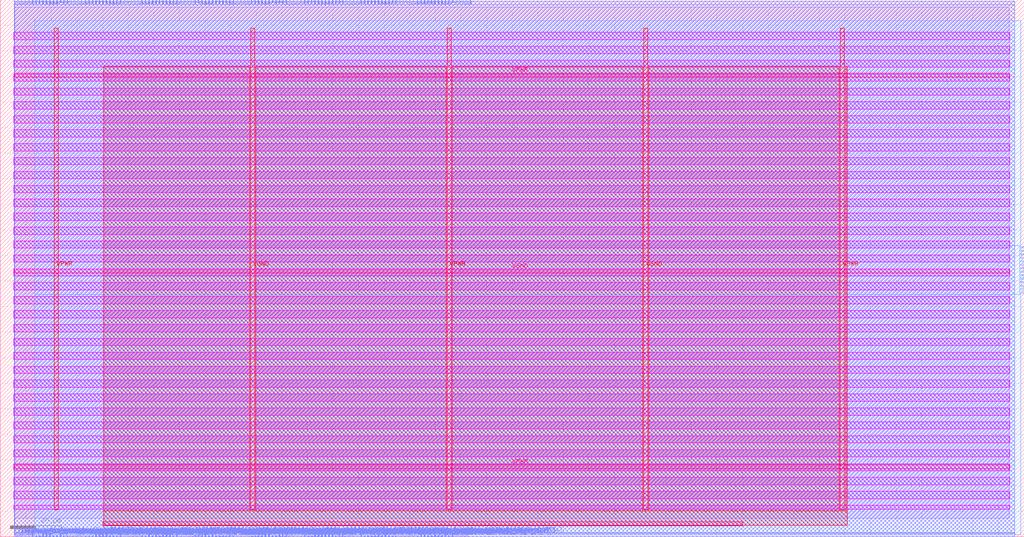
<source format=lef>
VERSION 5.7 ;
  NOWIREEXTENSIONATPIN ON ;
  DIVIDERCHAR "/" ;
  BUSBITCHARS "[]" ;
MACRO dac_digital_interface
  CLASS BLOCK ;
  FOREIGN dac_digital_interface ;
  ORIGIN 0.000 0.000 ;
  SIZE 400.000 BY 210.000 ;
  PIN output_thermometer_o[69]
    DIRECTION OUTPUT TRISTATE ;
    USE SIGNAL ;
    PORT
      LAYER met2 ;
        RECT 5.570 208.350 5.710 210.000 ;
    END
  END output_thermometer_o[69]
  PIN output_thermometer_o[112]
    DIRECTION OUTPUT TRISTATE ;
    USE SIGNAL ;
    PORT
      LAYER met2 ;
        RECT 5.570 0.000 5.710 1.090 ;
    END
  END output_thermometer_o[112]
  PIN output_thermometer_o[244]
    DIRECTION OUTPUT TRISTATE ;
    USE SIGNAL ;
    PORT
      LAYER met2 ;
        RECT 6.950 208.350 7.090 210.000 ;
    END
  END output_thermometer_o[244]
  PIN output_thermometer_o[83]
    DIRECTION OUTPUT TRISTATE ;
    USE SIGNAL ;
    PORT
      LAYER met2 ;
        RECT 6.950 0.000 7.090 0.410 ;
    END
  END output_thermometer_o[83]
  PIN output_thermometer_o[54]
    DIRECTION OUTPUT TRISTATE ;
    USE SIGNAL ;
    PORT
      LAYER met2 ;
        RECT 8.330 208.350 8.470 210.000 ;
    END
  END output_thermometer_o[54]
  PIN output_thermometer_o[166]
    DIRECTION OUTPUT TRISTATE ;
    USE SIGNAL ;
    PORT
      LAYER met2 ;
        RECT 8.330 0.000 8.470 1.090 ;
    END
  END output_thermometer_o[166]
  PIN output_thermometer_o[200]
    DIRECTION OUTPUT TRISTATE ;
    USE SIGNAL ;
    PORT
      LAYER met2 ;
        RECT 9.710 208.350 9.850 210.000 ;
    END
  END output_thermometer_o[200]
  PIN output_thermometer_o[17]
    DIRECTION OUTPUT TRISTATE ;
    USE SIGNAL ;
    PORT
      LAYER met2 ;
        RECT 9.710 0.000 9.850 0.410 ;
    END
  END output_thermometer_o[17]
  PIN output_thermometer_o[195]
    DIRECTION OUTPUT TRISTATE ;
    USE SIGNAL ;
    PORT
      LAYER met2 ;
        RECT 11.090 208.350 11.230 210.000 ;
    END
  END output_thermometer_o[195]
  PIN output_thermometer_o[15]
    DIRECTION OUTPUT TRISTATE ;
    USE SIGNAL ;
    PORT
      LAYER met2 ;
        RECT 11.090 0.000 11.230 1.090 ;
    END
  END output_thermometer_o[15]
  PIN output_thermometer_o[130]
    DIRECTION OUTPUT TRISTATE ;
    USE SIGNAL ;
    PORT
      LAYER met2 ;
        RECT 12.470 208.350 12.610 210.000 ;
    END
  END output_thermometer_o[130]
  PIN output_thermometer_o[229]
    DIRECTION OUTPUT TRISTATE ;
    USE SIGNAL ;
    PORT
      LAYER met2 ;
        RECT 12.470 0.000 12.610 1.090 ;
    END
  END output_thermometer_o[229]
  PIN output_thermometer_o[82]
    DIRECTION OUTPUT TRISTATE ;
    USE SIGNAL ;
    PORT
      LAYER met2 ;
        RECT 13.850 208.350 13.990 210.000 ;
    END
  END output_thermometer_o[82]
  PIN output_thermometer_o[4]
    DIRECTION OUTPUT TRISTATE ;
    USE SIGNAL ;
    PORT
      LAYER met2 ;
        RECT 13.850 0.000 13.990 0.410 ;
    END
  END output_thermometer_o[4]
  PIN output_thermometer_o[245]
    DIRECTION OUTPUT TRISTATE ;
    USE SIGNAL ;
    PORT
      LAYER met2 ;
        RECT 15.230 208.350 15.370 210.000 ;
    END
  END output_thermometer_o[245]
  PIN output_thermometer_o[61]
    DIRECTION OUTPUT TRISTATE ;
    USE SIGNAL ;
    PORT
      LAYER met2 ;
        RECT 15.230 0.000 15.370 0.410 ;
    END
  END output_thermometer_o[61]
  PIN output_thermometer_o[197]
    DIRECTION OUTPUT TRISTATE ;
    USE SIGNAL ;
    PORT
      LAYER met2 ;
        RECT 16.610 208.350 16.750 210.000 ;
    END
  END output_thermometer_o[197]
  PIN output_thermometer_o[101]
    DIRECTION OUTPUT TRISTATE ;
    USE SIGNAL ;
    PORT
      LAYER met2 ;
        RECT 16.610 0.000 16.750 1.090 ;
    END
  END output_thermometer_o[101]
  PIN output_thermometer_o[251]
    DIRECTION OUTPUT TRISTATE ;
    USE SIGNAL ;
    PORT
      LAYER met2 ;
        RECT 17.990 208.350 18.130 210.000 ;
    END
  END output_thermometer_o[251]
  PIN output_thermometer_o[213]
    DIRECTION OUTPUT TRISTATE ;
    USE SIGNAL ;
    PORT
      LAYER met2 ;
        RECT 17.990 0.000 18.130 1.090 ;
    END
  END output_thermometer_o[213]
  PIN output_thermometer_o[72]
    DIRECTION OUTPUT TRISTATE ;
    USE SIGNAL ;
    PORT
      LAYER met2 ;
        RECT 19.370 208.350 19.510 210.000 ;
    END
  END output_thermometer_o[72]
  PIN output_thermometer_o[43]
    DIRECTION OUTPUT TRISTATE ;
    USE SIGNAL ;
    PORT
      LAYER met2 ;
        RECT 19.370 0.000 19.510 1.090 ;
    END
  END output_thermometer_o[43]
  PIN output_thermometer_o[230]
    DIRECTION OUTPUT TRISTATE ;
    USE SIGNAL ;
    PORT
      LAYER met2 ;
        RECT 20.750 208.350 20.890 210.000 ;
    END
  END output_thermometer_o[230]
  PIN output_thermometer_o[134]
    DIRECTION OUTPUT TRISTATE ;
    USE SIGNAL ;
    PORT
      LAYER met2 ;
        RECT 20.750 0.000 20.890 0.410 ;
    END
  END output_thermometer_o[134]
  PIN output_thermometer_o[115]
    DIRECTION OUTPUT TRISTATE ;
    USE SIGNAL ;
    PORT
      LAYER met2 ;
        RECT 22.130 208.350 22.270 210.000 ;
    END
  END output_thermometer_o[115]
  PIN output_thermometer_o[212]
    DIRECTION OUTPUT TRISTATE ;
    USE SIGNAL ;
    PORT
      LAYER met2 ;
        RECT 22.130 0.000 22.270 0.410 ;
    END
  END output_thermometer_o[212]
  PIN output_thermometer_o[151]
    DIRECTION OUTPUT TRISTATE ;
    USE SIGNAL ;
    PORT
      LAYER met2 ;
        RECT 23.510 209.030 23.650 210.000 ;
    END
  END output_thermometer_o[151]
  PIN output_thermometer_o[236]
    DIRECTION OUTPUT TRISTATE ;
    USE SIGNAL ;
    PORT
      LAYER met2 ;
        RECT 23.510 0.000 23.650 1.090 ;
    END
  END output_thermometer_o[236]
  PIN output_thermometer_o[105]
    DIRECTION OUTPUT TRISTATE ;
    USE SIGNAL ;
    PORT
      LAYER met2 ;
        RECT 24.890 208.350 25.030 210.000 ;
    END
  END output_thermometer_o[105]
  PIN output_thermometer_o[174]
    DIRECTION OUTPUT TRISTATE ;
    USE SIGNAL ;
    PORT
      LAYER met2 ;
        RECT 24.890 0.000 25.030 0.410 ;
    END
  END output_thermometer_o[174]
  PIN output_thermometer_o[196]
    DIRECTION OUTPUT TRISTATE ;
    USE SIGNAL ;
    PORT
      LAYER met2 ;
        RECT 26.270 208.350 26.410 210.000 ;
    END
  END output_thermometer_o[196]
  PIN output_thermometer_o[57]
    DIRECTION OUTPUT TRISTATE ;
    USE SIGNAL ;
    PORT
      LAYER met2 ;
        RECT 26.270 0.000 26.410 0.410 ;
    END
  END output_thermometer_o[57]
  PIN output_thermometer_o[76]
    DIRECTION OUTPUT TRISTATE ;
    USE SIGNAL ;
    PORT
      LAYER met2 ;
        RECT 27.650 208.350 27.790 210.000 ;
    END
  END output_thermometer_o[76]
  PIN output_thermometer_o[142]
    DIRECTION OUTPUT TRISTATE ;
    USE SIGNAL ;
    PORT
      LAYER met2 ;
        RECT 27.650 0.000 27.790 0.410 ;
    END
  END output_thermometer_o[142]
  PIN output_thermometer_o[241]
    DIRECTION OUTPUT TRISTATE ;
    USE SIGNAL ;
    PORT
      LAYER met2 ;
        RECT 29.030 208.350 29.170 210.000 ;
    END
  END output_thermometer_o[241]
  PIN output_thermometer_o[110]
    DIRECTION OUTPUT TRISTATE ;
    USE SIGNAL ;
    PORT
      LAYER met2 ;
        RECT 29.030 0.000 29.170 0.410 ;
    END
  END output_thermometer_o[110]
  PIN output_thermometer_o[123]
    DIRECTION OUTPUT TRISTATE ;
    USE SIGNAL ;
    PORT
      LAYER met2 ;
        RECT 30.410 208.350 30.550 210.000 ;
    END
  END output_thermometer_o[123]
  PIN output_thermometer_o[81]
    DIRECTION OUTPUT TRISTATE ;
    USE SIGNAL ;
    PORT
      LAYER met2 ;
        RECT 30.410 0.000 30.550 1.090 ;
    END
  END output_thermometer_o[81]
  PIN output_thermometer_o[242]
    DIRECTION OUTPUT TRISTATE ;
    USE SIGNAL ;
    PORT
      LAYER met2 ;
        RECT 31.790 208.720 31.930 210.000 ;
    END
  END output_thermometer_o[242]
  PIN output_thermometer_o[14]
    DIRECTION OUTPUT TRISTATE ;
    USE SIGNAL ;
    PORT
      LAYER met2 ;
        RECT 31.790 0.000 31.930 0.410 ;
    END
  END output_thermometer_o[14]
  PIN output_thermometer_o[218]
    DIRECTION OUTPUT TRISTATE ;
    USE SIGNAL ;
    PORT
      LAYER met2 ;
        RECT 33.170 208.350 33.310 210.000 ;
    END
  END output_thermometer_o[218]
  PIN output_thermometer_o[250]
    DIRECTION OUTPUT TRISTATE ;
    USE SIGNAL ;
    PORT
      LAYER met2 ;
        RECT 33.170 0.000 33.310 0.410 ;
    END
  END output_thermometer_o[250]
  PIN output_thermometer_o[94]
    DIRECTION OUTPUT TRISTATE ;
    USE SIGNAL ;
    PORT
      LAYER met2 ;
        RECT 34.550 208.350 34.690 210.000 ;
    END
  END output_thermometer_o[94]
  PIN output_thermometer_o[129]
    DIRECTION OUTPUT TRISTATE ;
    USE SIGNAL ;
    PORT
      LAYER met2 ;
        RECT 34.550 0.000 34.690 0.410 ;
    END
  END output_thermometer_o[129]
  PIN output_thermometer_o[9]
    DIRECTION OUTPUT TRISTATE ;
    USE SIGNAL ;
    PORT
      LAYER met2 ;
        RECT 35.930 208.350 36.070 210.000 ;
    END
  END output_thermometer_o[9]
  PIN output_thermometer_o[117]
    DIRECTION OUTPUT TRISTATE ;
    USE SIGNAL ;
    PORT
      LAYER met2 ;
        RECT 35.930 0.000 36.070 0.410 ;
    END
  END output_thermometer_o[117]
  PIN output_thermometer_o[179]
    DIRECTION OUTPUT TRISTATE ;
    USE SIGNAL ;
    PORT
      LAYER met2 ;
        RECT 37.310 208.350 37.450 210.000 ;
    END
  END output_thermometer_o[179]
  PIN output_thermometer_o[73]
    DIRECTION OUTPUT TRISTATE ;
    USE SIGNAL ;
    PORT
      LAYER met2 ;
        RECT 37.310 0.000 37.450 1.090 ;
    END
  END output_thermometer_o[73]
  PIN output_thermometer_o[86]
    DIRECTION OUTPUT TRISTATE ;
    USE SIGNAL ;
    PORT
      LAYER met2 ;
        RECT 38.690 208.350 38.830 210.000 ;
    END
  END output_thermometer_o[86]
  PIN output_thermometer_o[215]
    DIRECTION OUTPUT TRISTATE ;
    USE SIGNAL ;
    PORT
      LAYER met2 ;
        RECT 38.690 0.000 38.830 1.090 ;
    END
  END output_thermometer_o[215]
  PIN output_thermometer_o[182]
    DIRECTION OUTPUT TRISTATE ;
    USE SIGNAL ;
    PORT
      LAYER met2 ;
        RECT 40.070 208.350 40.210 210.000 ;
    END
  END output_thermometer_o[182]
  PIN output_thermometer_o[12]
    DIRECTION OUTPUT TRISTATE ;
    USE SIGNAL ;
    PORT
      LAYER met2 ;
        RECT 40.070 0.000 40.210 1.090 ;
    END
  END output_thermometer_o[12]
  PIN output_thermometer_o[96]
    DIRECTION OUTPUT TRISTATE ;
    USE SIGNAL ;
    PORT
      LAYER met2 ;
        RECT 41.450 208.350 41.590 210.000 ;
    END
  END output_thermometer_o[96]
  PIN output_thermometer_o[132]
    DIRECTION OUTPUT TRISTATE ;
    USE SIGNAL ;
    PORT
      LAYER met2 ;
        RECT 41.450 0.000 41.590 1.090 ;
    END
  END output_thermometer_o[132]
  PIN output_thermometer_o[29]
    DIRECTION OUTPUT TRISTATE ;
    USE SIGNAL ;
    PORT
      LAYER met2 ;
        RECT 42.830 208.350 42.970 210.000 ;
    END
  END output_thermometer_o[29]
  PIN output_thermometer_o[232]
    DIRECTION OUTPUT TRISTATE ;
    USE SIGNAL ;
    PORT
      LAYER met2 ;
        RECT 42.830 0.000 42.970 0.410 ;
    END
  END output_thermometer_o[232]
  PIN output_thermometer_o[191]
    DIRECTION OUTPUT TRISTATE ;
    USE SIGNAL ;
    PORT
      LAYER met2 ;
        RECT 44.210 208.350 44.350 210.000 ;
    END
  END output_thermometer_o[191]
  PIN output_thermometer_o[5]
    DIRECTION OUTPUT TRISTATE ;
    USE SIGNAL ;
    PORT
      LAYER met2 ;
        RECT 44.210 0.000 44.350 0.410 ;
    END
  END output_thermometer_o[5]
  PIN output_thermometer_o[33]
    DIRECTION OUTPUT TRISTATE ;
    USE SIGNAL ;
    PORT
      LAYER met2 ;
        RECT 45.590 208.350 45.730 210.000 ;
    END
  END output_thermometer_o[33]
  PIN output_thermometer_o[161]
    DIRECTION OUTPUT TRISTATE ;
    USE SIGNAL ;
    PORT
      LAYER met2 ;
        RECT 45.590 0.000 45.730 0.410 ;
    END
  END output_thermometer_o[161]
  PIN output_thermometer_o[11]
    DIRECTION OUTPUT TRISTATE ;
    USE SIGNAL ;
    PORT
      LAYER met2 ;
        RECT 46.970 208.350 47.110 210.000 ;
    END
  END output_thermometer_o[11]
  PIN output_thermometer_o[160]
    DIRECTION OUTPUT TRISTATE ;
    USE SIGNAL ;
    PORT
      LAYER met2 ;
        RECT 46.970 0.000 47.110 1.090 ;
    END
  END output_thermometer_o[160]
  PIN output_thermometer_o[208]
    DIRECTION OUTPUT TRISTATE ;
    USE SIGNAL ;
    PORT
      LAYER met2 ;
        RECT 48.350 208.350 48.490 210.000 ;
    END
  END output_thermometer_o[208]
  PIN output_thermometer_o[47]
    DIRECTION OUTPUT TRISTATE ;
    USE SIGNAL ;
    PORT
      LAYER met2 ;
        RECT 48.350 0.000 48.490 1.090 ;
    END
  END output_thermometer_o[47]
  PIN output_thermometer_o[187]
    DIRECTION OUTPUT TRISTATE ;
    USE SIGNAL ;
    PORT
      LAYER met2 ;
        RECT 49.730 208.350 49.870 210.000 ;
    END
  END output_thermometer_o[187]
  PIN output_thermometer_o[79]
    DIRECTION OUTPUT TRISTATE ;
    USE SIGNAL ;
    PORT
      LAYER met2 ;
        RECT 49.730 0.000 49.870 1.090 ;
    END
  END output_thermometer_o[79]
  PIN output_thermometer_o[59]
    DIRECTION OUTPUT TRISTATE ;
    USE SIGNAL ;
    PORT
      LAYER met2 ;
        RECT 51.110 208.350 51.250 210.000 ;
    END
  END output_thermometer_o[59]
  PIN output_thermometer_o[116]
    DIRECTION OUTPUT TRISTATE ;
    USE SIGNAL ;
    PORT
      LAYER met2 ;
        RECT 51.110 0.000 51.250 1.060 ;
    END
  END output_thermometer_o[116]
  PIN output_thermometer_o[30]
    DIRECTION OUTPUT TRISTATE ;
    USE SIGNAL ;
    PORT
      LAYER met2 ;
        RECT 52.490 208.350 52.630 210.000 ;
    END
  END output_thermometer_o[30]
  PIN output_thermometer_o[194]
    DIRECTION OUTPUT TRISTATE ;
    USE SIGNAL ;
    PORT
      LAYER met2 ;
        RECT 52.490 0.000 52.630 1.090 ;
    END
  END output_thermometer_o[194]
  PIN output_thermometer_o[235]
    DIRECTION OUTPUT TRISTATE ;
    USE SIGNAL ;
    PORT
      LAYER met2 ;
        RECT 53.870 208.350 54.010 210.000 ;
    END
  END output_thermometer_o[235]
  PIN output_thermometer_o[227]
    DIRECTION OUTPUT TRISTATE ;
    USE SIGNAL ;
    PORT
      LAYER met2 ;
        RECT 53.870 0.000 54.010 0.410 ;
    END
  END output_thermometer_o[227]
  PIN output_thermometer_o[97]
    DIRECTION OUTPUT TRISTATE ;
    USE SIGNAL ;
    PORT
      LAYER met2 ;
        RECT 55.250 208.720 55.390 210.000 ;
    END
  END output_thermometer_o[97]
  PIN output_thermometer_o[67]
    DIRECTION OUTPUT TRISTATE ;
    USE SIGNAL ;
    PORT
      LAYER met2 ;
        RECT 55.250 0.000 55.390 0.410 ;
    END
  END output_thermometer_o[67]
  PIN output_thermometer_o[188]
    DIRECTION OUTPUT TRISTATE ;
    USE SIGNAL ;
    PORT
      LAYER met2 ;
        RECT 56.630 208.350 56.770 210.000 ;
    END
  END output_thermometer_o[188]
  PIN output_thermometer_o[31]
    DIRECTION OUTPUT TRISTATE ;
    USE SIGNAL ;
    PORT
      LAYER met2 ;
        RECT 56.630 0.000 56.770 0.410 ;
    END
  END output_thermometer_o[31]
  PIN output_thermometer_o[185]
    DIRECTION OUTPUT TRISTATE ;
    USE SIGNAL ;
    PORT
      LAYER met2 ;
        RECT 58.010 208.350 58.150 210.000 ;
    END
  END output_thermometer_o[185]
  PIN output_thermometer_o[20]
    DIRECTION OUTPUT TRISTATE ;
    USE SIGNAL ;
    PORT
      LAYER met2 ;
        RECT 58.010 0.000 58.150 1.090 ;
    END
  END output_thermometer_o[20]
  PIN output_thermometer_o[32]
    DIRECTION OUTPUT TRISTATE ;
    USE SIGNAL ;
    PORT
      LAYER met2 ;
        RECT 59.390 208.350 59.530 210.000 ;
    END
  END output_thermometer_o[32]
  PIN output_thermometer_o[125]
    DIRECTION OUTPUT TRISTATE ;
    USE SIGNAL ;
    PORT
      LAYER met2 ;
        RECT 59.390 0.000 59.530 0.410 ;
    END
  END output_thermometer_o[125]
  PIN output_thermometer_o[7]
    DIRECTION OUTPUT TRISTATE ;
    USE SIGNAL ;
    PORT
      LAYER met2 ;
        RECT 60.770 208.350 60.910 210.000 ;
    END
  END output_thermometer_o[7]
  PIN output_thermometer_o[21]
    DIRECTION OUTPUT TRISTATE ;
    USE SIGNAL ;
    PORT
      LAYER met2 ;
        RECT 60.770 0.000 60.910 1.090 ;
    END
  END output_thermometer_o[21]
  PIN output_thermometer_o[221]
    DIRECTION OUTPUT TRISTATE ;
    USE SIGNAL ;
    PORT
      LAYER met2 ;
        RECT 62.150 208.350 62.290 210.000 ;
    END
  END output_thermometer_o[221]
  PIN output_thermometer_o[190]
    DIRECTION OUTPUT TRISTATE ;
    USE SIGNAL ;
    PORT
      LAYER met2 ;
        RECT 62.150 0.000 62.290 0.410 ;
    END
  END output_thermometer_o[190]
  PIN output_thermometer_o[37]
    DIRECTION OUTPUT TRISTATE ;
    USE SIGNAL ;
    PORT
      LAYER met2 ;
        RECT 63.530 208.350 63.670 210.000 ;
    END
  END output_thermometer_o[37]
  PIN output_thermometer_o[74]
    DIRECTION OUTPUT TRISTATE ;
    USE SIGNAL ;
    PORT
      LAYER met2 ;
        RECT 63.530 0.000 63.670 1.090 ;
    END
  END output_thermometer_o[74]
  PIN output_thermometer_o[211]
    DIRECTION OUTPUT TRISTATE ;
    USE SIGNAL ;
    PORT
      LAYER met2 ;
        RECT 64.910 208.350 65.050 210.000 ;
    END
  END output_thermometer_o[211]
  PIN output_thermometer_o[198]
    DIRECTION OUTPUT TRISTATE ;
    USE SIGNAL ;
    PORT
      LAYER met2 ;
        RECT 64.910 0.000 65.050 1.090 ;
    END
  END output_thermometer_o[198]
  PIN output_thermometer_o[226]
    DIRECTION OUTPUT TRISTATE ;
    USE SIGNAL ;
    PORT
      LAYER met2 ;
        RECT 66.290 208.350 66.430 210.000 ;
    END
  END output_thermometer_o[226]
  PIN output_thermometer_o[193]
    DIRECTION OUTPUT TRISTATE ;
    USE SIGNAL ;
    PORT
      LAYER met2 ;
        RECT 66.290 0.000 66.430 1.090 ;
    END
  END output_thermometer_o[193]
  PIN output_thermometer_o[249]
    DIRECTION OUTPUT TRISTATE ;
    USE SIGNAL ;
    PORT
      LAYER met2 ;
        RECT 67.670 208.350 67.810 210.000 ;
    END
  END output_thermometer_o[249]
  PIN output_thermometer_o[84]
    DIRECTION OUTPUT TRISTATE ;
    USE SIGNAL ;
    PORT
      LAYER met2 ;
        RECT 67.670 0.000 67.810 0.410 ;
    END
  END output_thermometer_o[84]
  PIN output_thermometer_o[109]
    DIRECTION OUTPUT TRISTATE ;
    USE SIGNAL ;
    PORT
      LAYER met2 ;
        RECT 69.050 208.350 69.190 210.000 ;
    END
  END output_thermometer_o[109]
  PIN output_thermometer_o[253]
    DIRECTION OUTPUT TRISTATE ;
    USE SIGNAL ;
    PORT
      LAYER met2 ;
        RECT 69.050 0.000 69.190 1.090 ;
    END
  END output_thermometer_o[253]
  PIN output_thermometer_o[60]
    DIRECTION OUTPUT TRISTATE ;
    USE SIGNAL ;
    PORT
      LAYER met2 ;
        RECT 70.430 208.350 70.570 210.000 ;
    END
  END output_thermometer_o[60]
  PIN output_thermometer_o[64]
    DIRECTION OUTPUT TRISTATE ;
    USE SIGNAL ;
    PORT
      LAYER met2 ;
        RECT 70.430 0.000 70.570 0.410 ;
    END
  END output_thermometer_o[64]
  PIN output_thermometer_o[23]
    DIRECTION OUTPUT TRISTATE ;
    USE SIGNAL ;
    PORT
      LAYER met2 ;
        RECT 71.810 208.350 71.950 210.000 ;
    END
  END output_thermometer_o[23]
  PIN output_thermometer_o[164]
    DIRECTION OUTPUT TRISTATE ;
    USE SIGNAL ;
    PORT
      LAYER met2 ;
        RECT 71.810 0.000 71.950 0.410 ;
    END
  END output_thermometer_o[164]
  PIN output_thermometer_o[243]
    DIRECTION OUTPUT TRISTATE ;
    USE SIGNAL ;
    PORT
      LAYER met2 ;
        RECT 73.190 208.350 73.330 210.000 ;
    END
  END output_thermometer_o[243]
  PIN output_thermometer_o[137]
    DIRECTION OUTPUT TRISTATE ;
    USE SIGNAL ;
    PORT
      LAYER met2 ;
        RECT 73.190 0.000 73.330 0.410 ;
    END
  END output_thermometer_o[137]
  PIN output_thermometer_o[157]
    DIRECTION OUTPUT TRISTATE ;
    USE SIGNAL ;
    PORT
      LAYER met2 ;
        RECT 74.570 208.350 74.710 210.000 ;
    END
  END output_thermometer_o[157]
  PIN output_thermometer_o[119]
    DIRECTION OUTPUT TRISTATE ;
    USE SIGNAL ;
    PORT
      LAYER met2 ;
        RECT 74.570 0.000 74.710 0.720 ;
    END
  END output_thermometer_o[119]
  PIN output_thermometer_o[217]
    DIRECTION OUTPUT TRISTATE ;
    USE SIGNAL ;
    PORT
      LAYER met2 ;
        RECT 75.950 208.350 76.090 210.000 ;
    END
  END output_thermometer_o[217]
  PIN output_thermometer_o[90]
    DIRECTION OUTPUT TRISTATE ;
    USE SIGNAL ;
    PORT
      LAYER met2 ;
        RECT 75.950 0.000 76.090 1.060 ;
    END
  END output_thermometer_o[90]
  PIN output_thermometer_o[163]
    DIRECTION OUTPUT TRISTATE ;
    USE SIGNAL ;
    PORT
      LAYER met2 ;
        RECT 77.330 209.030 77.470 210.000 ;
    END
  END output_thermometer_o[163]
  PIN output_thermometer_o[18]
    DIRECTION OUTPUT TRISTATE ;
    USE SIGNAL ;
    PORT
      LAYER met2 ;
        RECT 77.330 0.000 77.470 1.090 ;
    END
  END output_thermometer_o[18]
  PIN output_thermometer_o[93]
    DIRECTION OUTPUT TRISTATE ;
    USE SIGNAL ;
    PORT
      LAYER met2 ;
        RECT 78.710 208.350 78.850 210.000 ;
    END
  END output_thermometer_o[93]
  PIN output_thermometer_o[26]
    DIRECTION OUTPUT TRISTATE ;
    USE SIGNAL ;
    PORT
      LAYER met2 ;
        RECT 78.710 0.000 78.850 1.090 ;
    END
  END output_thermometer_o[26]
  PIN output_thermometer_o[107]
    DIRECTION OUTPUT TRISTATE ;
    USE SIGNAL ;
    PORT
      LAYER met2 ;
        RECT 80.090 208.350 80.230 210.000 ;
    END
  END output_thermometer_o[107]
  PIN output_thermometer_o[144]
    DIRECTION OUTPUT TRISTATE ;
    USE SIGNAL ;
    PORT
      LAYER met2 ;
        RECT 80.090 0.000 80.230 1.090 ;
    END
  END output_thermometer_o[144]
  PIN output_thermometer_o[27]
    DIRECTION OUTPUT TRISTATE ;
    USE SIGNAL ;
    PORT
      LAYER met2 ;
        RECT 81.470 208.720 81.610 210.000 ;
    END
  END output_thermometer_o[27]
  PIN output_thermometer_o[201]
    DIRECTION OUTPUT TRISTATE ;
    USE SIGNAL ;
    PORT
      LAYER met2 ;
        RECT 81.470 0.000 81.610 0.410 ;
    END
  END output_thermometer_o[201]
  PIN output_thermometer_o[162]
    DIRECTION OUTPUT TRISTATE ;
    USE SIGNAL ;
    PORT
      LAYER met2 ;
        RECT 82.850 208.350 82.990 210.000 ;
    END
  END output_thermometer_o[162]
  PIN output_thermometer_o[146]
    DIRECTION OUTPUT TRISTATE ;
    USE SIGNAL ;
    PORT
      LAYER met2 ;
        RECT 82.850 0.000 82.990 1.090 ;
    END
  END output_thermometer_o[146]
  PIN output_thermometer_o[168]
    DIRECTION OUTPUT TRISTATE ;
    USE SIGNAL ;
    PORT
      LAYER met2 ;
        RECT 84.230 208.350 84.370 210.000 ;
    END
  END output_thermometer_o[168]
  PIN output_thermometer_o[53]
    DIRECTION OUTPUT TRISTATE ;
    USE SIGNAL ;
    PORT
      LAYER met2 ;
        RECT 84.230 0.000 84.370 0.410 ;
    END
  END output_thermometer_o[53]
  PIN output_thermometer_o[199]
    DIRECTION OUTPUT TRISTATE ;
    USE SIGNAL ;
    PORT
      LAYER met2 ;
        RECT 85.610 208.350 85.750 210.000 ;
    END
  END output_thermometer_o[199]
  PIN output_thermometer_o[147]
    DIRECTION OUTPUT TRISTATE ;
    USE SIGNAL ;
    PORT
      LAYER met2 ;
        RECT 85.610 0.000 85.750 0.410 ;
    END
  END output_thermometer_o[147]
  PIN output_thermometer_o[2]
    DIRECTION OUTPUT TRISTATE ;
    USE SIGNAL ;
    PORT
      LAYER met2 ;
        RECT 86.990 208.350 87.130 210.000 ;
    END
  END output_thermometer_o[2]
  PIN output_thermometer_o[3]
    DIRECTION OUTPUT TRISTATE ;
    USE SIGNAL ;
    PORT
      LAYER met2 ;
        RECT 86.990 0.000 87.130 0.410 ;
    END
  END output_thermometer_o[3]
  PIN output_thermometer_o[136]
    DIRECTION OUTPUT TRISTATE ;
    USE SIGNAL ;
    PORT
      LAYER met2 ;
        RECT 88.370 208.350 88.510 210.000 ;
    END
  END output_thermometer_o[136]
  PIN output_thermometer_o[204]
    DIRECTION OUTPUT TRISTATE ;
    USE SIGNAL ;
    PORT
      LAYER met2 ;
        RECT 88.370 0.000 88.510 0.410 ;
    END
  END output_thermometer_o[204]
  PIN output_thermometer_o[8]
    DIRECTION OUTPUT TRISTATE ;
    USE SIGNAL ;
    PORT
      LAYER met2 ;
        RECT 89.750 208.350 89.890 210.000 ;
    END
  END output_thermometer_o[8]
  PIN output_thermometer_o[102]
    DIRECTION OUTPUT TRISTATE ;
    USE SIGNAL ;
    PORT
      LAYER met2 ;
        RECT 89.750 0.000 89.890 1.090 ;
    END
  END output_thermometer_o[102]
  PIN output_thermometer_o[209]
    DIRECTION OUTPUT TRISTATE ;
    USE SIGNAL ;
    PORT
      LAYER met2 ;
        RECT 91.130 208.350 91.270 210.000 ;
    END
  END output_thermometer_o[209]
  PIN output_thermometer_o[234]
    DIRECTION OUTPUT TRISTATE ;
    USE SIGNAL ;
    PORT
      LAYER met2 ;
        RECT 91.130 0.000 91.270 0.410 ;
    END
  END output_thermometer_o[234]
  PIN output_thermometer_o[145]
    DIRECTION OUTPUT TRISTATE ;
    USE SIGNAL ;
    PORT
      LAYER met2 ;
        RECT 92.510 208.350 92.650 210.000 ;
    END
  END output_thermometer_o[145]
  PIN output_thermometer_o[16]
    DIRECTION OUTPUT TRISTATE ;
    USE SIGNAL ;
    PORT
      LAYER met2 ;
        RECT 92.510 0.000 92.650 0.410 ;
    END
  END output_thermometer_o[16]
  PIN output_thermometer_o[158]
    DIRECTION OUTPUT TRISTATE ;
    USE SIGNAL ;
    PORT
      LAYER met2 ;
        RECT 93.890 208.350 94.030 210.000 ;
    END
  END output_thermometer_o[158]
  PIN output_thermometer_o[45]
    DIRECTION OUTPUT TRISTATE ;
    USE SIGNAL ;
    PORT
      LAYER met2 ;
        RECT 93.890 0.000 94.030 1.090 ;
    END
  END output_thermometer_o[45]
  PIN output_thermometer_o[87]
    DIRECTION OUTPUT TRISTATE ;
    USE SIGNAL ;
    PORT
      LAYER met2 ;
        RECT 95.270 208.350 95.410 210.000 ;
    END
  END output_thermometer_o[87]
  PIN output_thermometer_o[149]
    DIRECTION OUTPUT TRISTATE ;
    USE SIGNAL ;
    PORT
      LAYER met2 ;
        RECT 95.270 0.000 95.410 0.410 ;
    END
  END output_thermometer_o[149]
  PIN output_thermometer_o[237]
    DIRECTION OUTPUT TRISTATE ;
    USE SIGNAL ;
    PORT
      LAYER met2 ;
        RECT 96.650 208.720 96.790 210.000 ;
    END
  END output_thermometer_o[237]
  PIN output_thermometer_o[224]
    DIRECTION OUTPUT TRISTATE ;
    USE SIGNAL ;
    PORT
      LAYER met2 ;
        RECT 96.650 0.000 96.790 0.720 ;
    END
  END output_thermometer_o[224]
  PIN output_thermometer_o[154]
    DIRECTION OUTPUT TRISTATE ;
    USE SIGNAL ;
    PORT
      LAYER met2 ;
        RECT 98.030 208.350 98.170 210.000 ;
    END
  END output_thermometer_o[154]
  PIN output_thermometer_o[98]
    DIRECTION OUTPUT TRISTATE ;
    USE SIGNAL ;
    PORT
      LAYER met2 ;
        RECT 98.030 0.000 98.170 0.410 ;
    END
  END output_thermometer_o[98]
  PIN output_thermometer_o[19]
    DIRECTION OUTPUT TRISTATE ;
    USE SIGNAL ;
    PORT
      LAYER met2 ;
        RECT 99.410 208.350 99.550 210.000 ;
    END
  END output_thermometer_o[19]
  PIN output_thermometer_o[222]
    DIRECTION OUTPUT TRISTATE ;
    USE SIGNAL ;
    PORT
      LAYER met2 ;
        RECT 99.410 0.000 99.550 0.410 ;
    END
  END output_thermometer_o[222]
  PIN output_thermometer_o[181]
    DIRECTION OUTPUT TRISTATE ;
    USE SIGNAL ;
    PORT
      LAYER met2 ;
        RECT 100.790 208.350 100.930 210.000 ;
    END
  END output_thermometer_o[181]
  PIN output_thermometer_o[35]
    DIRECTION OUTPUT TRISTATE ;
    USE SIGNAL ;
    PORT
      LAYER met2 ;
        RECT 100.790 0.000 100.930 0.410 ;
    END
  END output_thermometer_o[35]
  PIN output_thermometer_o[207]
    DIRECTION OUTPUT TRISTATE ;
    USE SIGNAL ;
    PORT
      LAYER met2 ;
        RECT 102.170 208.350 102.310 210.000 ;
    END
  END output_thermometer_o[207]
  PIN output_thermometer_o[124]
    DIRECTION OUTPUT TRISTATE ;
    USE SIGNAL ;
    PORT
      LAYER met2 ;
        RECT 102.170 0.000 102.310 0.410 ;
    END
  END output_thermometer_o[124]
  PIN output_thermometer_o[140]
    DIRECTION OUTPUT TRISTATE ;
    USE SIGNAL ;
    PORT
      LAYER met2 ;
        RECT 103.550 208.350 103.690 210.000 ;
    END
  END output_thermometer_o[140]
  PIN output_thermometer_o[25]
    DIRECTION OUTPUT TRISTATE ;
    USE SIGNAL ;
    PORT
      LAYER met2 ;
        RECT 103.550 0.000 103.690 1.090 ;
    END
  END output_thermometer_o[25]
  PIN output_thermometer_o[126]
    DIRECTION OUTPUT TRISTATE ;
    USE SIGNAL ;
    PORT
      LAYER met2 ;
        RECT 104.930 208.350 105.070 210.000 ;
    END
  END output_thermometer_o[126]
  PIN output_thermometer_o[68]
    DIRECTION OUTPUT TRISTATE ;
    USE SIGNAL ;
    PORT
      LAYER met2 ;
        RECT 104.930 0.000 105.070 1.090 ;
    END
  END output_thermometer_o[68]
  PIN output_thermometer_o[143]
    DIRECTION OUTPUT TRISTATE ;
    USE SIGNAL ;
    PORT
      LAYER met2 ;
        RECT 106.310 209.030 106.450 210.000 ;
    END
  END output_thermometer_o[143]
  PIN output_thermometer_o[175]
    DIRECTION OUTPUT TRISTATE ;
    USE SIGNAL ;
    PORT
      LAYER met2 ;
        RECT 106.310 0.000 106.450 0.410 ;
    END
  END output_thermometer_o[175]
  PIN output_thermometer_o[13]
    DIRECTION OUTPUT TRISTATE ;
    USE SIGNAL ;
    PORT
      LAYER met2 ;
        RECT 107.690 208.350 107.830 210.000 ;
    END
  END output_thermometer_o[13]
  PIN output_thermometer_o[178]
    DIRECTION OUTPUT TRISTATE ;
    USE SIGNAL ;
    PORT
      LAYER met2 ;
        RECT 107.690 0.000 107.830 0.410 ;
    END
  END output_thermometer_o[178]
  PIN output_thermometer_o[248]
    DIRECTION OUTPUT TRISTATE ;
    USE SIGNAL ;
    PORT
      LAYER met2 ;
        RECT 109.070 209.030 109.210 210.000 ;
    END
  END output_thermometer_o[248]
  PIN output_thermometer_o[131]
    DIRECTION OUTPUT TRISTATE ;
    USE SIGNAL ;
    PORT
      LAYER met2 ;
        RECT 109.070 0.000 109.210 1.090 ;
    END
  END output_thermometer_o[131]
  PIN output_thermometer_o[95]
    DIRECTION OUTPUT TRISTATE ;
    USE SIGNAL ;
    PORT
      LAYER met2 ;
        RECT 110.450 208.350 110.590 210.000 ;
    END
  END output_thermometer_o[95]
  PIN output_thermometer_o[156]
    DIRECTION OUTPUT TRISTATE ;
    USE SIGNAL ;
    PORT
      LAYER met2 ;
        RECT 110.450 0.000 110.590 1.090 ;
    END
  END output_thermometer_o[156]
  PIN output_thermometer_o[89]
    DIRECTION OUTPUT TRISTATE ;
    USE SIGNAL ;
    PORT
      LAYER met2 ;
        RECT 111.830 208.350 111.970 210.000 ;
    END
  END output_thermometer_o[89]
  PIN output_thermometer_o[176]
    DIRECTION OUTPUT TRISTATE ;
    USE SIGNAL ;
    PORT
      LAYER met2 ;
        RECT 111.830 0.000 111.970 1.090 ;
    END
  END output_thermometer_o[176]
  PIN output_thermometer_o[205]
    DIRECTION OUTPUT TRISTATE ;
    USE SIGNAL ;
    PORT
      LAYER met2 ;
        RECT 113.210 208.350 113.350 210.000 ;
    END
  END output_thermometer_o[205]
  PIN output_thermometer_o[62]
    DIRECTION OUTPUT TRISTATE ;
    USE SIGNAL ;
    PORT
      LAYER met2 ;
        RECT 113.210 0.000 113.350 0.410 ;
    END
  END output_thermometer_o[62]
  PIN output_thermometer_o[39]
    DIRECTION OUTPUT TRISTATE ;
    USE SIGNAL ;
    PORT
      LAYER met2 ;
        RECT 114.590 208.350 114.730 210.000 ;
    END
  END output_thermometer_o[39]
  PIN output_thermometer_o[99]
    DIRECTION OUTPUT TRISTATE ;
    USE SIGNAL ;
    PORT
      LAYER met2 ;
        RECT 114.590 0.000 114.730 0.410 ;
    END
  END output_thermometer_o[99]
  PIN output_thermometer_o[41]
    DIRECTION OUTPUT TRISTATE ;
    USE SIGNAL ;
    PORT
      LAYER met2 ;
        RECT 115.970 208.350 116.110 210.000 ;
    END
  END output_thermometer_o[41]
  PIN output_thermometer_o[104]
    DIRECTION OUTPUT TRISTATE ;
    USE SIGNAL ;
    PORT
      LAYER met2 ;
        RECT 115.970 0.000 116.110 0.410 ;
    END
  END output_thermometer_o[104]
  PIN output_thermometer_o[169]
    DIRECTION OUTPUT TRISTATE ;
    USE SIGNAL ;
    PORT
      LAYER met2 ;
        RECT 117.350 208.350 117.490 210.000 ;
    END
  END output_thermometer_o[169]
  PIN output_binary_o[0]
    DIRECTION OUTPUT TRISTATE ;
    USE SIGNAL ;
    PORT
      LAYER met2 ;
        RECT 117.350 0.000 117.490 0.410 ;
    END
  END output_binary_o[0]
  PIN output_thermometer_o[186]
    DIRECTION OUTPUT TRISTATE ;
    USE SIGNAL ;
    PORT
      LAYER met2 ;
        RECT 118.730 208.350 118.870 210.000 ;
    END
  END output_thermometer_o[186]
  PIN output_thermometer_o[180]
    DIRECTION OUTPUT TRISTATE ;
    USE SIGNAL ;
    PORT
      LAYER met2 ;
        RECT 118.730 0.000 118.870 1.090 ;
    END
  END output_thermometer_o[180]
  PIN output_thermometer_o[214]
    DIRECTION OUTPUT TRISTATE ;
    USE SIGNAL ;
    PORT
      LAYER met2 ;
        RECT 120.110 208.350 120.250 210.000 ;
    END
  END output_thermometer_o[214]
  PIN output_thermometer_o[63]
    DIRECTION OUTPUT TRISTATE ;
    USE SIGNAL ;
    PORT
      LAYER met2 ;
        RECT 120.110 0.000 120.250 0.410 ;
    END
  END output_thermometer_o[63]
  PIN output_thermometer_o[206]
    DIRECTION OUTPUT TRISTATE ;
    USE SIGNAL ;
    PORT
      LAYER met2 ;
        RECT 121.490 208.350 121.630 210.000 ;
    END
  END output_thermometer_o[206]
  PIN output_thermometer_o[128]
    DIRECTION OUTPUT TRISTATE ;
    USE SIGNAL ;
    PORT
      LAYER met2 ;
        RECT 121.490 0.000 121.630 0.410 ;
    END
  END output_thermometer_o[128]
  PIN output_thermometer_o[228]
    DIRECTION OUTPUT TRISTATE ;
    USE SIGNAL ;
    PORT
      LAYER met2 ;
        RECT 122.870 208.350 123.010 210.000 ;
    END
  END output_thermometer_o[228]
  PIN output_thermometer_o[55]
    DIRECTION OUTPUT TRISTATE ;
    USE SIGNAL ;
    PORT
      LAYER met2 ;
        RECT 122.870 0.000 123.010 1.090 ;
    END
  END output_thermometer_o[55]
  PIN output_thermometer_o[220]
    DIRECTION OUTPUT TRISTATE ;
    USE SIGNAL ;
    PORT
      LAYER met2 ;
        RECT 124.250 208.350 124.390 210.000 ;
    END
  END output_thermometer_o[220]
  PIN output_thermometer_o[111]
    DIRECTION OUTPUT TRISTATE ;
    USE SIGNAL ;
    PORT
      LAYER met2 ;
        RECT 124.250 0.000 124.390 1.090 ;
    END
  END output_thermometer_o[111]
  PIN output_thermometer_o[247]
    DIRECTION OUTPUT TRISTATE ;
    USE SIGNAL ;
    PORT
      LAYER met2 ;
        RECT 125.630 208.350 125.770 210.000 ;
    END
  END output_thermometer_o[247]
  PIN output_thermometer_o[183]
    DIRECTION OUTPUT TRISTATE ;
    USE SIGNAL ;
    PORT
      LAYER met2 ;
        RECT 125.630 0.000 125.770 1.090 ;
    END
  END output_thermometer_o[183]
  PIN output_thermometer_o[219]
    DIRECTION OUTPUT TRISTATE ;
    USE SIGNAL ;
    PORT
      LAYER met2 ;
        RECT 127.010 208.350 127.150 210.000 ;
    END
  END output_thermometer_o[219]
  PIN output_thermometer_o[58]
    DIRECTION OUTPUT TRISTATE ;
    USE SIGNAL ;
    PORT
      LAYER met2 ;
        RECT 127.010 0.000 127.150 1.090 ;
    END
  END output_thermometer_o[58]
  PIN output_thermometer_o[114]
    DIRECTION OUTPUT TRISTATE ;
    USE SIGNAL ;
    PORT
      LAYER met2 ;
        RECT 128.390 208.350 128.530 210.000 ;
    END
  END output_thermometer_o[114]
  PIN output_thermometer_o[252]
    DIRECTION OUTPUT TRISTATE ;
    USE SIGNAL ;
    PORT
      LAYER met2 ;
        RECT 128.390 0.000 128.530 1.060 ;
    END
  END output_thermometer_o[252]
  PIN output_thermometer_o[167]
    DIRECTION OUTPUT TRISTATE ;
    USE SIGNAL ;
    PORT
      LAYER met2 ;
        RECT 129.770 208.350 129.910 210.000 ;
    END
  END output_thermometer_o[167]
  PIN output_thermometer_o[49]
    DIRECTION OUTPUT TRISTATE ;
    USE SIGNAL ;
    PORT
      LAYER met2 ;
        RECT 129.770 0.000 129.910 1.260 ;
    END
  END output_thermometer_o[49]
  PIN output_thermometer_o[159]
    DIRECTION OUTPUT TRISTATE ;
    USE SIGNAL ;
    PORT
      LAYER met2 ;
        RECT 131.150 208.350 131.290 210.000 ;
    END
  END output_thermometer_o[159]
  PIN output_thermometer_o[120]
    DIRECTION OUTPUT TRISTATE ;
    USE SIGNAL ;
    PORT
      LAYER met2 ;
        RECT 131.150 0.000 131.290 0.410 ;
    END
  END output_thermometer_o[120]
  PIN output_thermometer_o[78]
    DIRECTION OUTPUT TRISTATE ;
    USE SIGNAL ;
    PORT
      LAYER met2 ;
        RECT 132.530 208.350 132.670 210.000 ;
    END
  END output_thermometer_o[78]
  PIN output_thermometer_o[152]
    DIRECTION OUTPUT TRISTATE ;
    USE SIGNAL ;
    PORT
      LAYER met2 ;
        RECT 132.530 0.000 132.670 1.090 ;
    END
  END output_thermometer_o[152]
  PIN output_thermometer_o[189]
    DIRECTION OUTPUT TRISTATE ;
    USE SIGNAL ;
    PORT
      LAYER met2 ;
        RECT 133.910 208.350 134.050 210.000 ;
    END
  END output_thermometer_o[189]
  PIN output_thermometer_o[103]
    DIRECTION OUTPUT TRISTATE ;
    USE SIGNAL ;
    PORT
      LAYER met2 ;
        RECT 133.910 0.000 134.050 1.090 ;
    END
  END output_thermometer_o[103]
  PIN output_thermometer_o[106]
    DIRECTION OUTPUT TRISTATE ;
    USE SIGNAL ;
    PORT
      LAYER met2 ;
        RECT 135.290 208.350 135.430 210.000 ;
    END
  END output_thermometer_o[106]
  PIN output_thermometer_o[233]
    DIRECTION OUTPUT TRISTATE ;
    USE SIGNAL ;
    PORT
      LAYER met2 ;
        RECT 135.290 0.000 135.430 0.410 ;
    END
  END output_thermometer_o[233]
  PIN output_thermometer_o[155]
    DIRECTION OUTPUT TRISTATE ;
    USE SIGNAL ;
    PORT
      LAYER met2 ;
        RECT 136.670 208.350 136.810 210.000 ;
    END
  END output_thermometer_o[155]
  PIN output_thermometer_o[34]
    DIRECTION OUTPUT TRISTATE ;
    USE SIGNAL ;
    PORT
      LAYER met2 ;
        RECT 136.670 0.000 136.810 1.090 ;
    END
  END output_thermometer_o[34]
  PIN output_thermometer_o[138]
    DIRECTION OUTPUT TRISTATE ;
    USE SIGNAL ;
    PORT
      LAYER met2 ;
        RECT 138.050 208.350 138.190 210.000 ;
    END
  END output_thermometer_o[138]
  PIN output_thermometer_o[48]
    DIRECTION OUTPUT TRISTATE ;
    USE SIGNAL ;
    PORT
      LAYER met2 ;
        RECT 138.050 0.000 138.190 0.410 ;
    END
  END output_thermometer_o[48]
  PIN output_binary_o[1]
    DIRECTION OUTPUT TRISTATE ;
    USE SIGNAL ;
    PORT
      LAYER met2 ;
        RECT 139.430 208.350 139.570 210.000 ;
    END
  END output_binary_o[1]
  PIN output_thermometer_o[225]
    DIRECTION OUTPUT TRISTATE ;
    USE SIGNAL ;
    PORT
      LAYER met2 ;
        RECT 139.430 0.000 139.570 0.410 ;
    END
  END output_thermometer_o[225]
  PIN output_thermometer_o[121]
    DIRECTION OUTPUT TRISTATE ;
    USE SIGNAL ;
    PORT
      LAYER met2 ;
        RECT 140.810 208.350 140.950 210.000 ;
    END
  END output_thermometer_o[121]
  PIN output_thermometer_o[10]
    DIRECTION OUTPUT TRISTATE ;
    USE SIGNAL ;
    PORT
      LAYER met2 ;
        RECT 140.810 0.000 140.950 1.090 ;
    END
  END output_thermometer_o[10]
  PIN output_thermometer_o[77]
    DIRECTION OUTPUT TRISTATE ;
    USE SIGNAL ;
    PORT
      LAYER met2 ;
        RECT 142.190 208.350 142.330 210.000 ;
    END
  END output_thermometer_o[77]
  PIN output_thermometer_o[170]
    DIRECTION OUTPUT TRISTATE ;
    USE SIGNAL ;
    PORT
      LAYER met2 ;
        RECT 142.190 0.000 142.330 0.410 ;
    END
  END output_thermometer_o[170]
  PIN output_thermometer_o[141]
    DIRECTION OUTPUT TRISTATE ;
    USE SIGNAL ;
    PORT
      LAYER met2 ;
        RECT 143.570 208.350 143.710 210.000 ;
    END
  END output_thermometer_o[141]
  PIN output_thermometer_o[40]
    DIRECTION OUTPUT TRISTATE ;
    USE SIGNAL ;
    PORT
      LAYER met2 ;
        RECT 143.570 0.000 143.710 0.410 ;
    END
  END output_thermometer_o[40]
  PIN output_thermometer_o[216]
    DIRECTION OUTPUT TRISTATE ;
    USE SIGNAL ;
    PORT
      LAYER met2 ;
        RECT 144.950 208.350 145.090 210.000 ;
    END
  END output_thermometer_o[216]
  PIN output_thermometer_o[139]
    DIRECTION OUTPUT TRISTATE ;
    USE SIGNAL ;
    PORT
      LAYER met2 ;
        RECT 144.950 0.000 145.090 0.410 ;
    END
  END output_thermometer_o[139]
  PIN output_thermometer_o[210]
    DIRECTION OUTPUT TRISTATE ;
    USE SIGNAL ;
    PORT
      LAYER met2 ;
        RECT 146.330 208.350 146.470 210.000 ;
    END
  END output_thermometer_o[210]
  PIN output_thermometer_o[42]
    DIRECTION OUTPUT TRISTATE ;
    USE SIGNAL ;
    PORT
      LAYER met2 ;
        RECT 146.330 0.000 146.470 0.410 ;
    END
  END output_thermometer_o[42]
  PIN output_thermometer_o[150]
    DIRECTION OUTPUT TRISTATE ;
    USE SIGNAL ;
    PORT
      LAYER met2 ;
        RECT 147.710 208.350 147.850 210.000 ;
    END
  END output_thermometer_o[150]
  PIN output_thermometer_o[88]
    DIRECTION OUTPUT TRISTATE ;
    USE SIGNAL ;
    PORT
      LAYER met2 ;
        RECT 147.710 0.000 147.850 1.260 ;
    END
  END output_thermometer_o[88]
  PIN output_thermometer_o[240]
    DIRECTION OUTPUT TRISTATE ;
    USE SIGNAL ;
    PORT
      LAYER met2 ;
        RECT 149.090 208.720 149.230 210.000 ;
    END
  END output_thermometer_o[240]
  PIN output_thermometer_o[1]
    DIRECTION OUTPUT TRISTATE ;
    USE SIGNAL ;
    PORT
      LAYER met2 ;
        RECT 149.090 0.000 149.230 0.410 ;
    END
  END output_thermometer_o[1]
  PIN output_thermometer_o[66]
    DIRECTION OUTPUT TRISTATE ;
    USE SIGNAL ;
    PORT
      LAYER met2 ;
        RECT 150.470 208.350 150.610 210.000 ;
    END
  END output_thermometer_o[66]
  PIN output_thermometer_o[36]
    DIRECTION OUTPUT TRISTATE ;
    USE SIGNAL ;
    PORT
      LAYER met2 ;
        RECT 150.470 0.000 150.610 1.090 ;
    END
  END output_thermometer_o[36]
  PIN output_thermometer_o[127]
    DIRECTION OUTPUT TRISTATE ;
    USE SIGNAL ;
    PORT
      LAYER met2 ;
        RECT 151.850 208.350 151.990 210.000 ;
    END
  END output_thermometer_o[127]
  PIN output_thermometer_o[177]
    DIRECTION OUTPUT TRISTATE ;
    USE SIGNAL ;
    PORT
      LAYER met2 ;
        RECT 151.850 0.000 151.990 0.410 ;
    END
  END output_thermometer_o[177]
  PIN output_thermometer_o[148]
    DIRECTION OUTPUT TRISTATE ;
    USE SIGNAL ;
    PORT
      LAYER met2 ;
        RECT 153.230 208.350 153.370 210.000 ;
    END
  END output_thermometer_o[148]
  PIN output_thermometer_o[239]
    DIRECTION OUTPUT TRISTATE ;
    USE SIGNAL ;
    PORT
      LAYER met2 ;
        RECT 153.230 0.000 153.370 0.410 ;
    END
  END output_thermometer_o[239]
  PIN output_thermometer_o[255]
    DIRECTION OUTPUT TRISTATE ;
    USE SIGNAL ;
    PORT
      LAYER met2 ;
        RECT 154.610 208.350 154.750 210.000 ;
    END
  END output_thermometer_o[255]
  PIN output_thermometer_o[71]
    DIRECTION OUTPUT TRISTATE ;
    USE SIGNAL ;
    PORT
      LAYER met2 ;
        RECT 154.610 0.000 154.750 0.410 ;
    END
  END output_thermometer_o[71]
  PIN output_thermometer_o[133]
    DIRECTION OUTPUT TRISTATE ;
    USE SIGNAL ;
    PORT
      LAYER met2 ;
        RECT 155.990 208.350 156.130 210.000 ;
    END
  END output_thermometer_o[133]
  PIN output_thermometer_o[91]
    DIRECTION OUTPUT TRISTATE ;
    USE SIGNAL ;
    PORT
      LAYER met2 ;
        RECT 155.990 0.000 156.130 0.410 ;
    END
  END output_thermometer_o[91]
  PIN output_thermometer_o[22]
    DIRECTION OUTPUT TRISTATE ;
    USE SIGNAL ;
    PORT
      LAYER met2 ;
        RECT 157.370 208.350 157.510 210.000 ;
    END
  END output_thermometer_o[22]
  PIN output_thermometer_o[65]
    DIRECTION OUTPUT TRISTATE ;
    USE SIGNAL ;
    PORT
      LAYER met2 ;
        RECT 157.370 0.000 157.510 1.090 ;
    END
  END output_thermometer_o[65]
  PIN output_thermometer_o[75]
    DIRECTION OUTPUT TRISTATE ;
    USE SIGNAL ;
    PORT
      LAYER met2 ;
        RECT 158.750 209.400 158.890 210.000 ;
    END
  END output_thermometer_o[75]
  PIN output_thermometer_o[192]
    DIRECTION OUTPUT TRISTATE ;
    USE SIGNAL ;
    PORT
      LAYER met2 ;
        RECT 158.750 0.000 158.890 0.410 ;
    END
  END output_thermometer_o[192]
  PIN output_thermometer_o[51]
    DIRECTION OUTPUT TRISTATE ;
    USE SIGNAL ;
    PORT
      LAYER met2 ;
        RECT 160.130 208.350 160.270 210.000 ;
    END
  END output_thermometer_o[51]
  PIN output_thermometer_o[171]
    DIRECTION OUTPUT TRISTATE ;
    USE SIGNAL ;
    PORT
      LAYER met2 ;
        RECT 160.130 0.000 160.270 1.090 ;
    END
  END output_thermometer_o[171]
  PIN output_thermometer_o[254]
    DIRECTION OUTPUT TRISTATE ;
    USE SIGNAL ;
    PORT
      LAYER met2 ;
        RECT 161.510 208.350 161.650 210.000 ;
    END
  END output_thermometer_o[254]
  PIN output_thermometer_o[28]
    DIRECTION OUTPUT TRISTATE ;
    USE SIGNAL ;
    PORT
      LAYER met2 ;
        RECT 161.510 0.000 161.650 0.410 ;
    END
  END output_thermometer_o[28]
  PIN output_thermometer_o[122]
    DIRECTION OUTPUT TRISTATE ;
    USE SIGNAL ;
    PORT
      LAYER met2 ;
        RECT 162.890 208.350 163.030 210.000 ;
    END
  END output_thermometer_o[122]
  PIN output_thermometer_o[70]
    DIRECTION OUTPUT TRISTATE ;
    USE SIGNAL ;
    PORT
      LAYER met2 ;
        RECT 162.890 0.000 163.030 0.410 ;
    END
  END output_thermometer_o[70]
  PIN output_thermometer_o[46]
    DIRECTION OUTPUT TRISTATE ;
    USE SIGNAL ;
    PORT
      LAYER met2 ;
        RECT 164.270 208.350 164.410 210.000 ;
    END
  END output_thermometer_o[46]
  PIN output_thermometer_o[100]
    DIRECTION OUTPUT TRISTATE ;
    USE SIGNAL ;
    PORT
      LAYER met2 ;
        RECT 164.270 0.000 164.410 1.090 ;
    END
  END output_thermometer_o[100]
  PIN output_thermometer_o[56]
    DIRECTION OUTPUT TRISTATE ;
    USE SIGNAL ;
    PORT
      LAYER met2 ;
        RECT 165.650 208.720 165.790 210.000 ;
    END
  END output_thermometer_o[56]
  PIN output_thermometer_o[172]
    DIRECTION OUTPUT TRISTATE ;
    USE SIGNAL ;
    PORT
      LAYER met2 ;
        RECT 165.650 0.000 165.790 1.060 ;
    END
  END output_thermometer_o[172]
  PIN output_thermometer_o[135]
    DIRECTION OUTPUT TRISTATE ;
    USE SIGNAL ;
    PORT
      LAYER met2 ;
        RECT 167.030 209.030 167.170 210.000 ;
    END
  END output_thermometer_o[135]
  PIN output_thermometer_o[184]
    DIRECTION OUTPUT TRISTATE ;
    USE SIGNAL ;
    PORT
      LAYER met2 ;
        RECT 167.030 0.000 167.170 0.410 ;
    END
  END output_thermometer_o[184]
  PIN output_thermometer_o[173]
    DIRECTION OUTPUT TRISTATE ;
    USE SIGNAL ;
    PORT
      LAYER met2 ;
        RECT 168.410 209.060 168.550 210.000 ;
    END
  END output_thermometer_o[173]
  PIN output_thermometer_o[85]
    DIRECTION OUTPUT TRISTATE ;
    USE SIGNAL ;
    PORT
      LAYER met2 ;
        RECT 168.410 0.000 168.550 0.410 ;
    END
  END output_thermometer_o[85]
  PIN output_thermometer_o[38]
    DIRECTION OUTPUT TRISTATE ;
    USE SIGNAL ;
    PORT
      LAYER met2 ;
        RECT 169.790 208.350 169.930 210.000 ;
    END
  END output_thermometer_o[38]
  PIN output_thermometer_o[52]
    DIRECTION OUTPUT TRISTATE ;
    USE SIGNAL ;
    PORT
      LAYER met2 ;
        RECT 169.790 0.000 169.930 1.090 ;
    END
  END output_thermometer_o[52]
  PIN output_thermometer_o[238]
    DIRECTION OUTPUT TRISTATE ;
    USE SIGNAL ;
    PORT
      LAYER met2 ;
        RECT 171.170 208.350 171.310 210.000 ;
    END
  END output_thermometer_o[238]
  PIN output_thermometer_o[92]
    DIRECTION OUTPUT TRISTATE ;
    USE SIGNAL ;
    PORT
      LAYER met2 ;
        RECT 171.170 0.000 171.310 0.410 ;
    END
  END output_thermometer_o[92]
  PIN output_thermometer_o[165]
    DIRECTION OUTPUT TRISTATE ;
    USE SIGNAL ;
    PORT
      LAYER met2 ;
        RECT 172.550 208.350 172.690 210.000 ;
    END
  END output_thermometer_o[165]
  PIN output_thermometer_o[223]
    DIRECTION OUTPUT TRISTATE ;
    USE SIGNAL ;
    PORT
      LAYER met2 ;
        RECT 172.550 0.000 172.690 0.410 ;
    END
  END output_thermometer_o[223]
  PIN output_thermometer_o[246]
    DIRECTION OUTPUT TRISTATE ;
    USE SIGNAL ;
    PORT
      LAYER met2 ;
        RECT 173.930 208.350 174.070 210.000 ;
    END
  END output_thermometer_o[246]
  PIN output_thermometer_o[118]
    DIRECTION OUTPUT TRISTATE ;
    USE SIGNAL ;
    PORT
      LAYER met2 ;
        RECT 173.930 0.000 174.070 1.090 ;
    END
  END output_thermometer_o[118]
  PIN output_thermometer_o[50]
    DIRECTION OUTPUT TRISTATE ;
    USE SIGNAL ;
    PORT
      LAYER met2 ;
        RECT 175.310 208.350 175.450 210.000 ;
    END
  END output_thermometer_o[50]
  PIN output_thermometer_o[202]
    DIRECTION OUTPUT TRISTATE ;
    USE SIGNAL ;
    PORT
      LAYER met2 ;
        RECT 175.310 0.000 175.450 0.410 ;
    END
  END output_thermometer_o[202]
  PIN output_thermometer_o[113]
    DIRECTION OUTPUT TRISTATE ;
    USE SIGNAL ;
    PORT
      LAYER met2 ;
        RECT 176.690 209.030 176.830 210.000 ;
    END
  END output_thermometer_o[113]
  PIN output_thermometer_o[80]
    DIRECTION OUTPUT TRISTATE ;
    USE SIGNAL ;
    PORT
      LAYER met2 ;
        RECT 176.690 0.000 176.830 1.090 ;
    END
  END output_thermometer_o[80]
  PIN output_thermometer_o[231]
    DIRECTION OUTPUT TRISTATE ;
    USE SIGNAL ;
    PORT
      LAYER met2 ;
        RECT 178.070 208.350 178.210 210.000 ;
    END
  END output_thermometer_o[231]
  PIN output_thermometer_o[153]
    DIRECTION OUTPUT TRISTATE ;
    USE SIGNAL ;
    PORT
      LAYER met2 ;
        RECT 178.070 0.000 178.210 1.090 ;
    END
  END output_thermometer_o[153]
  PIN output_thermometer_o[203]
    DIRECTION OUTPUT TRISTATE ;
    USE SIGNAL ;
    PORT
      LAYER met2 ;
        RECT 179.450 208.350 179.590 210.000 ;
    END
  END output_thermometer_o[203]
  PIN output_thermometer_o[6]
    DIRECTION OUTPUT TRISTATE ;
    USE SIGNAL ;
    PORT
      LAYER met2 ;
        RECT 179.450 0.000 179.590 0.410 ;
    END
  END output_thermometer_o[6]
  PIN output_thermometer_o[44]
    DIRECTION OUTPUT TRISTATE ;
    USE SIGNAL ;
    PORT
      LAYER met2 ;
        RECT 180.830 208.350 180.970 210.000 ;
    END
  END output_thermometer_o[44]
  PIN output_thermometer_o[0]
    DIRECTION OUTPUT TRISTATE ;
    USE SIGNAL ;
    PORT
      LAYER met2 ;
        RECT 180.830 0.000 180.970 1.090 ;
    END
  END output_thermometer_o[0]
  PIN output_thermometer_o[108]
    DIRECTION OUTPUT TRISTATE ;
    USE SIGNAL ;
    PORT
      LAYER met2 ;
        RECT 182.210 208.720 182.350 210.000 ;
    END
  END output_thermometer_o[108]
  PIN output_thermometer_o[24]
    DIRECTION OUTPUT TRISTATE ;
    USE SIGNAL ;
    PORT
      LAYER met2 ;
        RECT 182.210 0.000 182.350 1.090 ;
    END
  END output_thermometer_o[24]
  PIN en_o
    DIRECTION OUTPUT TRISTATE ;
    USE SIGNAL ;
    PORT
      LAYER met2 ;
        RECT 183.590 208.350 183.730 210.000 ;
    END
  END en_o
  PIN clk_i
    DIRECTION INPUT ;
    USE SIGNAL ;
    PORT
      LAYER met3 ;
        RECT 398.800 95.180 400.000 95.780 ;
    END
  END clk_i
  PIN rst_ni
    DIRECTION INPUT ;
    USE SIGNAL ;
    PORT
      LAYER met3 ;
        RECT 398.800 96.540 400.000 97.140 ;
    END
  END rst_ni
  PIN randomise_en_i
    DIRECTION INPUT ;
    USE SIGNAL ;
    PORT
      LAYER met3 ;
        RECT 398.800 97.900 400.000 98.500 ;
    END
  END randomise_en_i
  PIN en_i
    DIRECTION INPUT ;
    USE SIGNAL ;
    PORT
      LAYER met3 ;
        RECT 398.800 99.260 400.000 99.860 ;
    END
  END en_i
  PIN input_binary_i[0]
    DIRECTION INPUT ;
    USE SIGNAL ;
    PORT
      LAYER met3 ;
        RECT 398.800 100.620 400.000 101.220 ;
    END
  END input_binary_i[0]
  PIN input_binary_i[1]
    DIRECTION INPUT ;
    USE SIGNAL ;
    PORT
      LAYER met3 ;
        RECT 398.800 101.980 400.000 102.580 ;
    END
  END input_binary_i[1]
  PIN input_binary_i[2]
    DIRECTION INPUT ;
    USE SIGNAL ;
    PORT
      LAYER met3 ;
        RECT 398.800 103.340 400.000 103.940 ;
    END
  END input_binary_i[2]
  PIN input_binary_i[3]
    DIRECTION INPUT ;
    USE SIGNAL ;
    PORT
      LAYER met3 ;
        RECT 398.800 104.700 400.000 105.300 ;
    END
  END input_binary_i[3]
  PIN input_binary_i[4]
    DIRECTION INPUT ;
    USE SIGNAL ;
    PORT
      LAYER met3 ;
        RECT 398.800 106.060 400.000 106.660 ;
    END
  END input_binary_i[4]
  PIN input_binary_i[5]
    DIRECTION INPUT ;
    USE SIGNAL ;
    PORT
      LAYER met3 ;
        RECT 398.800 107.420 400.000 108.020 ;
    END
  END input_binary_i[5]
  PIN input_binary_i[6]
    DIRECTION INPUT ;
    USE SIGNAL ;
    PORT
      LAYER met3 ;
        RECT 398.800 108.780 400.000 109.380 ;
    END
  END input_binary_i[6]
  PIN input_binary_i[7]
    DIRECTION INPUT ;
    USE SIGNAL ;
    PORT
      LAYER met3 ;
        RECT 398.800 110.140 400.000 110.740 ;
    END
  END input_binary_i[7]
  PIN input_binary_i[8]
    DIRECTION INPUT ;
    USE SIGNAL ;
    PORT
      LAYER met3 ;
        RECT 398.800 111.500 400.000 112.100 ;
    END
  END input_binary_i[8]
  PIN input_binary_i[9]
    DIRECTION INPUT ;
    USE SIGNAL ;
    PORT
      LAYER met3 ;
        RECT 398.800 112.860 400.000 113.460 ;
    END
  END input_binary_i[9]
  PIN VPWR
    DIRECTION INOUT ;
    USE POWER ;
    PORT
      LAYER met4 ;
        RECT 328.240 10.640 329.840 198.800 ;
    END
  END VPWR
  PIN VPWR
    DIRECTION INOUT ;
    USE POWER ;
    PORT
      LAYER met4 ;
        RECT 174.640 10.640 176.240 198.800 ;
    END
  END VPWR
  PIN VPWR
    DIRECTION INOUT ;
    USE POWER ;
    PORT
      LAYER met4 ;
        RECT 21.040 10.640 22.640 198.800 ;
    END
  END VPWR
  PIN VPWR
    DIRECTION INOUT ;
    USE POWER ;
    PORT
      LAYER met5 ;
        RECT 5.520 179.670 394.220 181.270 ;
    END
  END VPWR
  PIN VPWR
    DIRECTION INOUT ;
    USE POWER ;
    PORT
      LAYER met5 ;
        RECT 5.520 26.490 394.220 28.090 ;
    END
  END VPWR
  PIN VGND
    DIRECTION INOUT ;
    USE GROUND ;
    PORT
      LAYER met4 ;
        RECT 251.440 10.640 253.040 198.800 ;
    END
  END VGND
  PIN VGND
    DIRECTION INOUT ;
    USE GROUND ;
    PORT
      LAYER met4 ;
        RECT 97.840 10.640 99.440 198.800 ;
    END
  END VGND
  PIN VGND
    DIRECTION INOUT ;
    USE GROUND ;
    PORT
      LAYER met5 ;
        RECT 5.520 103.080 394.220 104.680 ;
    END
  END VGND
  OBS
      LAYER nwell ;
        RECT 5.330 194.425 394.410 197.255 ;
        RECT 5.330 188.985 394.410 191.815 ;
        RECT 5.330 183.545 394.410 186.375 ;
        RECT 5.330 178.105 394.410 180.935 ;
        RECT 5.330 172.665 394.410 175.495 ;
        RECT 5.330 167.225 394.410 170.055 ;
        RECT 5.330 161.785 394.410 164.615 ;
        RECT 5.330 156.345 394.410 159.175 ;
        RECT 5.330 150.905 394.410 153.735 ;
        RECT 5.330 145.465 394.410 148.295 ;
        RECT 5.330 140.025 394.410 142.855 ;
        RECT 5.330 134.585 394.410 137.415 ;
        RECT 5.330 129.145 394.410 131.975 ;
        RECT 5.330 123.705 394.410 126.535 ;
        RECT 5.330 118.265 394.410 121.095 ;
        RECT 5.330 112.825 394.410 115.655 ;
        RECT 5.330 107.385 394.410 110.215 ;
        RECT 5.330 101.945 394.410 104.775 ;
        RECT 5.330 96.505 394.410 99.335 ;
        RECT 5.330 91.065 394.410 93.895 ;
        RECT 5.330 85.625 394.410 88.455 ;
        RECT 5.330 80.185 394.410 83.015 ;
        RECT 5.330 74.745 394.410 77.575 ;
        RECT 5.330 69.305 394.410 72.135 ;
        RECT 5.330 63.865 394.410 66.695 ;
        RECT 5.330 58.425 394.410 61.255 ;
        RECT 5.330 52.985 394.410 55.815 ;
        RECT 5.330 47.545 394.410 50.375 ;
        RECT 5.330 42.105 394.410 44.935 ;
        RECT 5.330 36.665 394.410 39.495 ;
        RECT 5.330 31.225 394.410 34.055 ;
        RECT 5.330 25.785 394.410 28.615 ;
        RECT 5.330 20.345 394.410 23.175 ;
        RECT 5.330 14.905 394.410 17.735 ;
        RECT 5.330 10.690 394.410 12.295 ;
      LAYER li1 ;
        RECT 5.520 7.225 394.220 206.975 ;
      LAYER met1 ;
        RECT 5.520 0.720 396.450 209.400 ;
      LAYER met2 ;
        RECT 5.990 208.070 6.670 209.430 ;
        RECT 7.370 208.070 8.050 209.430 ;
        RECT 8.750 208.070 9.430 209.430 ;
        RECT 10.130 208.070 10.810 209.430 ;
        RECT 11.510 208.070 12.190 209.430 ;
        RECT 12.890 208.070 13.570 209.430 ;
        RECT 14.270 208.070 14.950 209.430 ;
        RECT 15.650 208.070 16.330 209.430 ;
        RECT 17.030 208.070 17.710 209.430 ;
        RECT 18.410 208.070 19.090 209.430 ;
        RECT 19.790 208.070 20.470 209.430 ;
        RECT 21.170 208.070 21.850 209.430 ;
        RECT 22.550 208.750 23.230 209.430 ;
        RECT 23.930 208.750 24.610 209.430 ;
        RECT 22.550 208.070 24.610 208.750 ;
        RECT 25.310 208.070 25.990 209.430 ;
        RECT 26.690 208.070 27.370 209.430 ;
        RECT 28.070 208.070 28.750 209.430 ;
        RECT 29.450 208.070 30.130 209.430 ;
        RECT 30.830 208.440 31.510 209.430 ;
        RECT 32.210 208.440 32.890 209.430 ;
        RECT 30.830 208.070 32.890 208.440 ;
        RECT 33.590 208.070 34.270 209.430 ;
        RECT 34.970 208.070 35.650 209.430 ;
        RECT 36.350 208.070 37.030 209.430 ;
        RECT 37.730 208.070 38.410 209.430 ;
        RECT 39.110 208.070 39.790 209.430 ;
        RECT 40.490 208.070 41.170 209.430 ;
        RECT 41.870 208.070 42.550 209.430 ;
        RECT 43.250 208.070 43.930 209.430 ;
        RECT 44.630 208.070 45.310 209.430 ;
        RECT 46.010 208.070 46.690 209.430 ;
        RECT 47.390 208.070 48.070 209.430 ;
        RECT 48.770 208.070 49.450 209.430 ;
        RECT 50.150 208.070 50.830 209.430 ;
        RECT 51.530 208.070 52.210 209.430 ;
        RECT 52.910 208.070 53.590 209.430 ;
        RECT 54.290 208.440 54.970 209.430 ;
        RECT 55.670 208.440 56.350 209.430 ;
        RECT 54.290 208.070 56.350 208.440 ;
        RECT 57.050 208.070 57.730 209.430 ;
        RECT 58.430 208.070 59.110 209.430 ;
        RECT 59.810 208.070 60.490 209.430 ;
        RECT 61.190 208.070 61.870 209.430 ;
        RECT 62.570 208.070 63.250 209.430 ;
        RECT 63.950 208.070 64.630 209.430 ;
        RECT 65.330 208.070 66.010 209.430 ;
        RECT 66.710 208.070 67.390 209.430 ;
        RECT 68.090 208.070 68.770 209.430 ;
        RECT 69.470 208.070 70.150 209.430 ;
        RECT 70.850 208.070 71.530 209.430 ;
        RECT 72.230 208.070 72.910 209.430 ;
        RECT 73.610 208.070 74.290 209.430 ;
        RECT 74.990 208.070 75.670 209.430 ;
        RECT 76.370 208.750 77.050 209.430 ;
        RECT 77.750 208.750 78.430 209.430 ;
        RECT 76.370 208.070 78.430 208.750 ;
        RECT 79.130 208.070 79.810 209.430 ;
        RECT 80.510 208.440 81.190 209.430 ;
        RECT 81.890 208.440 82.570 209.430 ;
        RECT 80.510 208.070 82.570 208.440 ;
        RECT 83.270 208.070 83.950 209.430 ;
        RECT 84.650 208.070 85.330 209.430 ;
        RECT 86.030 208.070 86.710 209.430 ;
        RECT 87.410 208.070 88.090 209.430 ;
        RECT 88.790 208.070 89.470 209.430 ;
        RECT 90.170 208.070 90.850 209.430 ;
        RECT 91.550 208.070 92.230 209.430 ;
        RECT 92.930 208.070 93.610 209.430 ;
        RECT 94.310 208.070 94.990 209.430 ;
        RECT 95.690 208.440 96.370 209.430 ;
        RECT 97.070 208.440 97.750 209.430 ;
        RECT 95.690 208.070 97.750 208.440 ;
        RECT 98.450 208.070 99.130 209.430 ;
        RECT 99.830 208.070 100.510 209.430 ;
        RECT 101.210 208.070 101.890 209.430 ;
        RECT 102.590 208.070 103.270 209.430 ;
        RECT 103.970 208.070 104.650 209.430 ;
        RECT 105.350 208.750 106.030 209.430 ;
        RECT 106.730 208.750 107.410 209.430 ;
        RECT 105.350 208.070 107.410 208.750 ;
        RECT 108.110 208.750 108.790 209.430 ;
        RECT 109.490 208.750 110.170 209.430 ;
        RECT 108.110 208.070 110.170 208.750 ;
        RECT 110.870 208.070 111.550 209.430 ;
        RECT 112.250 208.070 112.930 209.430 ;
        RECT 113.630 208.070 114.310 209.430 ;
        RECT 115.010 208.070 115.690 209.430 ;
        RECT 116.390 208.070 117.070 209.430 ;
        RECT 117.770 208.070 118.450 209.430 ;
        RECT 119.150 208.070 119.830 209.430 ;
        RECT 120.530 208.070 121.210 209.430 ;
        RECT 121.910 208.070 122.590 209.430 ;
        RECT 123.290 208.070 123.970 209.430 ;
        RECT 124.670 208.070 125.350 209.430 ;
        RECT 126.050 208.070 126.730 209.430 ;
        RECT 127.430 208.070 128.110 209.430 ;
        RECT 128.810 208.070 129.490 209.430 ;
        RECT 130.190 208.070 130.870 209.430 ;
        RECT 131.570 208.070 132.250 209.430 ;
        RECT 132.950 208.070 133.630 209.430 ;
        RECT 134.330 208.070 135.010 209.430 ;
        RECT 135.710 208.070 136.390 209.430 ;
        RECT 137.090 208.070 137.770 209.430 ;
        RECT 138.470 208.070 139.150 209.430 ;
        RECT 139.850 208.070 140.530 209.430 ;
        RECT 141.230 208.070 141.910 209.430 ;
        RECT 142.610 208.070 143.290 209.430 ;
        RECT 143.990 208.070 144.670 209.430 ;
        RECT 145.370 208.070 146.050 209.430 ;
        RECT 146.750 208.070 147.430 209.430 ;
        RECT 148.130 208.440 148.810 209.430 ;
        RECT 149.510 208.440 150.190 209.430 ;
        RECT 148.130 208.070 150.190 208.440 ;
        RECT 150.890 208.070 151.570 209.430 ;
        RECT 152.270 208.070 152.950 209.430 ;
        RECT 153.650 208.070 154.330 209.430 ;
        RECT 155.030 208.070 155.710 209.430 ;
        RECT 156.410 208.070 157.090 209.430 ;
        RECT 157.790 209.120 158.470 209.430 ;
        RECT 159.170 209.120 159.850 209.430 ;
        RECT 157.790 208.070 159.850 209.120 ;
        RECT 160.550 208.070 161.230 209.430 ;
        RECT 161.930 208.070 162.610 209.430 ;
        RECT 163.310 208.070 163.990 209.430 ;
        RECT 164.690 208.440 165.370 209.430 ;
        RECT 166.070 208.750 166.750 209.430 ;
        RECT 167.450 208.780 168.130 209.430 ;
        RECT 168.830 208.780 169.510 209.430 ;
        RECT 167.450 208.750 169.510 208.780 ;
        RECT 166.070 208.440 169.510 208.750 ;
        RECT 164.690 208.070 169.510 208.440 ;
        RECT 170.210 208.070 170.890 209.430 ;
        RECT 171.590 208.070 172.270 209.430 ;
        RECT 172.970 208.070 173.650 209.430 ;
        RECT 174.350 208.070 175.030 209.430 ;
        RECT 175.730 208.750 176.410 209.430 ;
        RECT 177.110 208.750 177.790 209.430 ;
        RECT 175.730 208.070 177.790 208.750 ;
        RECT 178.490 208.070 179.170 209.430 ;
        RECT 179.870 208.070 180.550 209.430 ;
        RECT 181.250 208.440 181.930 209.430 ;
        RECT 182.630 208.440 183.310 209.430 ;
        RECT 181.250 208.070 183.310 208.440 ;
        RECT 184.010 208.070 396.430 209.430 ;
        RECT 5.620 1.540 396.430 208.070 ;
        RECT 5.620 1.370 129.490 1.540 ;
        RECT 5.990 0.690 8.050 1.370 ;
        RECT 5.990 0.070 6.670 0.690 ;
        RECT 7.370 0.070 8.050 0.690 ;
        RECT 8.750 0.690 10.810 1.370 ;
        RECT 8.750 0.070 9.430 0.690 ;
        RECT 10.130 0.070 10.810 0.690 ;
        RECT 11.510 0.070 12.190 1.370 ;
        RECT 12.890 0.690 16.330 1.370 ;
        RECT 12.890 0.070 13.570 0.690 ;
        RECT 14.270 0.070 14.950 0.690 ;
        RECT 15.650 0.070 16.330 0.690 ;
        RECT 17.030 0.070 17.710 1.370 ;
        RECT 18.410 0.070 19.090 1.370 ;
        RECT 19.790 0.690 23.230 1.370 ;
        RECT 19.790 0.070 20.470 0.690 ;
        RECT 21.170 0.070 21.850 0.690 ;
        RECT 22.550 0.070 23.230 0.690 ;
        RECT 23.930 0.690 30.130 1.370 ;
        RECT 23.930 0.070 24.610 0.690 ;
        RECT 25.310 0.070 25.990 0.690 ;
        RECT 26.690 0.070 27.370 0.690 ;
        RECT 28.070 0.070 28.750 0.690 ;
        RECT 29.450 0.070 30.130 0.690 ;
        RECT 30.830 0.690 37.030 1.370 ;
        RECT 30.830 0.070 31.510 0.690 ;
        RECT 32.210 0.070 32.890 0.690 ;
        RECT 33.590 0.070 34.270 0.690 ;
        RECT 34.970 0.070 35.650 0.690 ;
        RECT 36.350 0.070 37.030 0.690 ;
        RECT 37.730 0.070 38.410 1.370 ;
        RECT 39.110 0.070 39.790 1.370 ;
        RECT 40.490 0.070 41.170 1.370 ;
        RECT 41.870 0.690 46.690 1.370 ;
        RECT 41.870 0.070 42.550 0.690 ;
        RECT 43.250 0.070 43.930 0.690 ;
        RECT 44.630 0.070 45.310 0.690 ;
        RECT 46.010 0.070 46.690 0.690 ;
        RECT 47.390 0.070 48.070 1.370 ;
        RECT 48.770 0.070 49.450 1.370 ;
        RECT 50.150 1.340 52.210 1.370 ;
        RECT 50.150 0.070 50.830 1.340 ;
        RECT 51.530 0.070 52.210 1.340 ;
        RECT 52.910 0.690 57.730 1.370 ;
        RECT 52.910 0.070 53.590 0.690 ;
        RECT 54.290 0.070 54.970 0.690 ;
        RECT 55.670 0.070 56.350 0.690 ;
        RECT 57.050 0.070 57.730 0.690 ;
        RECT 58.430 0.690 60.490 1.370 ;
        RECT 58.430 0.070 59.110 0.690 ;
        RECT 59.810 0.070 60.490 0.690 ;
        RECT 61.190 0.690 63.250 1.370 ;
        RECT 61.190 0.070 61.870 0.690 ;
        RECT 62.570 0.070 63.250 0.690 ;
        RECT 63.950 0.070 64.630 1.370 ;
        RECT 65.330 0.070 66.010 1.370 ;
        RECT 66.710 0.690 68.770 1.370 ;
        RECT 66.710 0.070 67.390 0.690 ;
        RECT 68.090 0.070 68.770 0.690 ;
        RECT 69.470 1.340 77.050 1.370 ;
        RECT 69.470 1.000 75.670 1.340 ;
        RECT 69.470 0.690 74.290 1.000 ;
        RECT 69.470 0.070 70.150 0.690 ;
        RECT 70.850 0.070 71.530 0.690 ;
        RECT 72.230 0.070 72.910 0.690 ;
        RECT 73.610 0.070 74.290 0.690 ;
        RECT 74.990 0.070 75.670 1.000 ;
        RECT 76.370 0.070 77.050 1.340 ;
        RECT 77.750 0.070 78.430 1.370 ;
        RECT 79.130 0.070 79.810 1.370 ;
        RECT 80.510 0.690 82.570 1.370 ;
        RECT 80.510 0.070 81.190 0.690 ;
        RECT 81.890 0.070 82.570 0.690 ;
        RECT 83.270 0.690 89.470 1.370 ;
        RECT 83.270 0.070 83.950 0.690 ;
        RECT 84.650 0.070 85.330 0.690 ;
        RECT 86.030 0.070 86.710 0.690 ;
        RECT 87.410 0.070 88.090 0.690 ;
        RECT 88.790 0.070 89.470 0.690 ;
        RECT 90.170 0.690 93.610 1.370 ;
        RECT 90.170 0.070 90.850 0.690 ;
        RECT 91.550 0.070 92.230 0.690 ;
        RECT 92.930 0.070 93.610 0.690 ;
        RECT 94.310 1.000 103.270 1.370 ;
        RECT 94.310 0.690 96.370 1.000 ;
        RECT 94.310 0.070 94.990 0.690 ;
        RECT 95.690 0.070 96.370 0.690 ;
        RECT 97.070 0.690 103.270 1.000 ;
        RECT 97.070 0.070 97.750 0.690 ;
        RECT 98.450 0.070 99.130 0.690 ;
        RECT 99.830 0.070 100.510 0.690 ;
        RECT 101.210 0.070 101.890 0.690 ;
        RECT 102.590 0.070 103.270 0.690 ;
        RECT 103.970 0.070 104.650 1.370 ;
        RECT 105.350 0.690 108.790 1.370 ;
        RECT 105.350 0.070 106.030 0.690 ;
        RECT 106.730 0.070 107.410 0.690 ;
        RECT 108.110 0.070 108.790 0.690 ;
        RECT 109.490 0.070 110.170 1.370 ;
        RECT 110.870 0.070 111.550 1.370 ;
        RECT 112.250 0.690 118.450 1.370 ;
        RECT 112.250 0.070 112.930 0.690 ;
        RECT 113.630 0.070 114.310 0.690 ;
        RECT 115.010 0.070 115.690 0.690 ;
        RECT 116.390 0.070 117.070 0.690 ;
        RECT 117.770 0.070 118.450 0.690 ;
        RECT 119.150 0.690 122.590 1.370 ;
        RECT 119.150 0.070 119.830 0.690 ;
        RECT 120.530 0.070 121.210 0.690 ;
        RECT 121.910 0.070 122.590 0.690 ;
        RECT 123.290 0.070 123.970 1.370 ;
        RECT 124.670 0.070 125.350 1.370 ;
        RECT 126.050 0.070 126.730 1.370 ;
        RECT 127.430 1.340 129.490 1.370 ;
        RECT 127.430 0.070 128.110 1.340 ;
        RECT 128.810 0.070 129.490 1.340 ;
        RECT 130.190 1.370 147.430 1.540 ;
        RECT 130.190 0.690 132.250 1.370 ;
        RECT 130.190 0.070 130.870 0.690 ;
        RECT 131.570 0.070 132.250 0.690 ;
        RECT 132.950 0.070 133.630 1.370 ;
        RECT 134.330 0.690 136.390 1.370 ;
        RECT 134.330 0.070 135.010 0.690 ;
        RECT 135.710 0.070 136.390 0.690 ;
        RECT 137.090 0.690 140.530 1.370 ;
        RECT 137.090 0.070 137.770 0.690 ;
        RECT 138.470 0.070 139.150 0.690 ;
        RECT 139.850 0.070 140.530 0.690 ;
        RECT 141.230 0.690 147.430 1.370 ;
        RECT 141.230 0.070 141.910 0.690 ;
        RECT 142.610 0.070 143.290 0.690 ;
        RECT 143.990 0.070 144.670 0.690 ;
        RECT 145.370 0.070 146.050 0.690 ;
        RECT 146.750 0.070 147.430 0.690 ;
        RECT 148.130 1.370 396.430 1.540 ;
        RECT 148.130 0.690 150.190 1.370 ;
        RECT 148.130 0.070 148.810 0.690 ;
        RECT 149.510 0.070 150.190 0.690 ;
        RECT 150.890 0.690 157.090 1.370 ;
        RECT 150.890 0.070 151.570 0.690 ;
        RECT 152.270 0.070 152.950 0.690 ;
        RECT 153.650 0.070 154.330 0.690 ;
        RECT 155.030 0.070 155.710 0.690 ;
        RECT 156.410 0.070 157.090 0.690 ;
        RECT 157.790 0.690 159.850 1.370 ;
        RECT 157.790 0.070 158.470 0.690 ;
        RECT 159.170 0.070 159.850 0.690 ;
        RECT 160.550 0.690 163.990 1.370 ;
        RECT 160.550 0.070 161.230 0.690 ;
        RECT 161.930 0.070 162.610 0.690 ;
        RECT 163.310 0.070 163.990 0.690 ;
        RECT 164.690 1.340 169.510 1.370 ;
        RECT 164.690 0.070 165.370 1.340 ;
        RECT 166.070 0.690 169.510 1.340 ;
        RECT 166.070 0.070 166.750 0.690 ;
        RECT 167.450 0.070 168.130 0.690 ;
        RECT 168.830 0.070 169.510 0.690 ;
        RECT 170.210 0.690 173.650 1.370 ;
        RECT 170.210 0.070 170.890 0.690 ;
        RECT 171.590 0.070 172.270 0.690 ;
        RECT 172.970 0.070 173.650 0.690 ;
        RECT 174.350 0.690 176.410 1.370 ;
        RECT 174.350 0.070 175.030 0.690 ;
        RECT 175.730 0.070 176.410 0.690 ;
        RECT 177.110 0.070 177.790 1.370 ;
        RECT 178.490 0.690 180.550 1.370 ;
        RECT 178.490 0.070 179.170 0.690 ;
        RECT 179.870 0.070 180.550 0.690 ;
        RECT 181.250 0.070 181.930 1.370 ;
        RECT 182.630 0.070 396.430 1.370 ;
      LAYER met3 ;
        RECT 13.405 113.860 398.800 201.785 ;
        RECT 13.405 94.780 398.400 113.860 ;
        RECT 13.405 0.855 398.800 94.780 ;
      LAYER met4 ;
        RECT 40.350 10.240 97.440 184.105 ;
        RECT 99.840 10.240 174.240 184.105 ;
        RECT 176.640 10.240 251.040 184.105 ;
        RECT 253.440 10.240 327.840 184.105 ;
        RECT 330.240 10.240 330.905 184.105 ;
        RECT 40.350 4.510 330.905 10.240 ;
      LAYER met5 ;
        RECT 40.140 4.300 290.140 5.900 ;
  END
END dac_digital_interface
END LIBRARY


</source>
